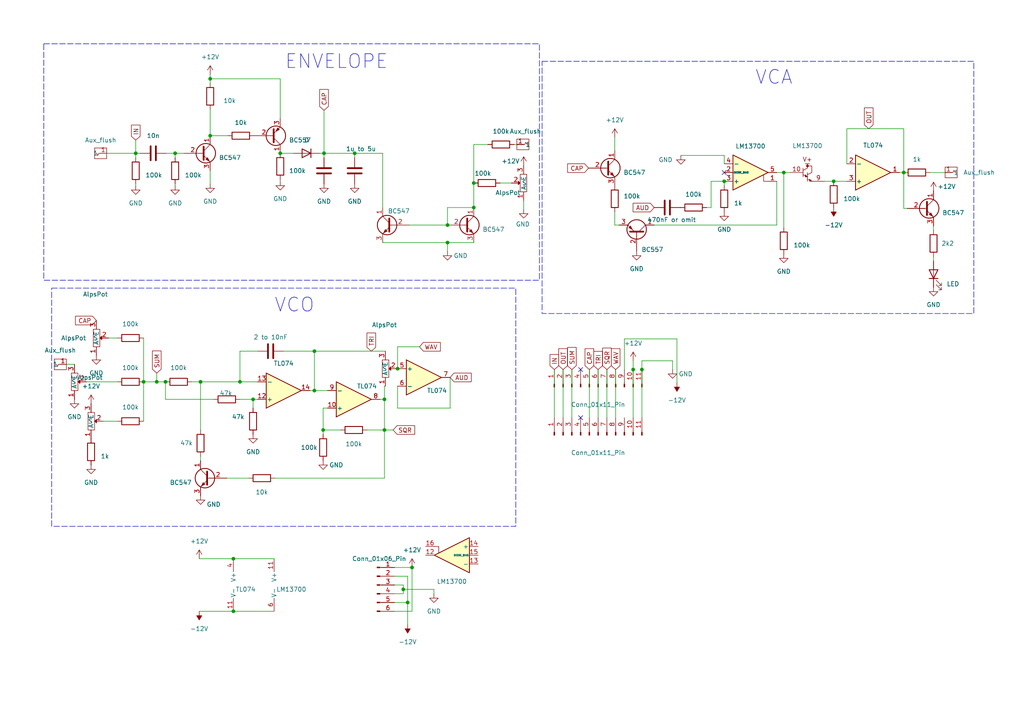
<source format=kicad_sch>
(kicad_sch (version 20250114) (generator "eeschema") (generator_version "9.0")
  (paper "A4")
  (title_block (title "Kick by github.com/Fihdi"))
  (lib_symbols
    (symbol "Amplifier_Operational:LM13700" (pin_names (offset 0.127))
      (property "Reference" "U" (at 3.81 5.08 0))
      (property "Value" "LM13700" (at 5.08 -5.08 0))
      (symbol "LM13700_1_1"
        (polyline (pts (xy 3.81 -0.635) (xy 3.81 -2.54) (xy 5.08 -2.54)))
        (polyline (pts (xy 5.08 0) (xy -5.08 -5.08) (xy -5.08 5.08) (xy 5.08 0)) (stroke (width 0.254)) (fill (type background)))
        (pin input line (at -7.62 2.54 0) (length 2.54) (name "-") (number "13"))
        (pin input line (at -7.62 0 0) (length 2.54) (name "DIODE_BIAS") (number "15"))
        (pin input line (at -7.62 -2.54 0) (length 2.54) (name "+") (number "14"))
        (pin output line (at 7.62 0 180) (length 2.54) (name "~") (number "12"))
        (pin input line (at 7.62 -2.54 180) (length 2.54) (name "~") (number "16"))
      )
      (symbol "LM13700_2_0"
        (polyline (pts (xy -1.905 2.54) (xy -3.175 2.54)))
      )
      (symbol "LM13700_2_1"
        (polyline (pts (xy -3.81 1.27) (xy -3.81 -1.27)))
        (polyline (pts (xy -3.81 0.635) (xy -2.54 1.27) (xy -2.54 1.905) (xy -2.54 2.54)))
        (polyline (pts (xy -3.81 -0.635) (xy -2.54 -1.27)))
        (circle (center -2.54 1.905) (radius 0.254) (stroke (width 0.254)) (fill (type outline)))
        (polyline (pts (xy -2.54 0) (xy -2.54 -2.54)))
        (polyline (pts (xy -2.54 -0.635) (xy -1.27 0) (xy -1.27 1.905) (xy -2.54 1.905)))
        (polyline (pts (xy -2.54 -1.27) (xy -3.175 -0.635) (xy -3.175 -1.27) (xy -2.54 -1.27)) (fill (type outline)))
        (polyline (pts (xy -2.54 -1.905) (xy -1.27 -2.54)))
        (polyline (pts (xy -1.27 -2.54) (xy -1.905 -1.905) (xy -1.905 -2.54) (xy -1.27 -2.54)) (fill (type outline)))
        (text "V+" (at -2.54 3.81 0) (effects (font (size 1.27 1.27))))
        (pin input line (at -7.62 0 0) (length 3.81) (name "~") (number "10"))
        (pin output line (at 2.54 -2.54 180) (length 3.81) (name "~") (number "9"))
      )
      (symbol "LM13700_3_1"
        (polyline (pts (xy 3.81 -0.635) (xy 3.81 -2.54) (xy 5.08 -2.54)))
        (polyline (pts (xy 5.08 0) (xy -5.08 -5.08) (xy -5.08 5.08) (xy 5.08 0)) (stroke (width 0.254)) (fill (type background)))
        (pin input line (at -7.62 2.54 0) (length 2.54) (name "-") (number "4"))
        (pin input line (at -7.62 0 0) (length 2.54) (name "DIODE_BIAS") (number "2"))
        (pin input line (at -7.62 -2.54 0) (length 2.54) (name "+") (number "3"))
        (pin output line (at 7.62 0 180) (length 2.54) (name "~") (number "5"))
        (pin input line (at 7.62 -2.54 180) (length 2.54) (name "~") (number "1"))
      )
      (symbol "LM13700_4_0"
        (polyline (pts (xy -3.175 2.54) (xy -1.905 2.54)))
        (text "V+" (at -2.54 3.81 0) (effects (font (size 1.27 1.27))))
      )
      (symbol "LM13700_4_1"
        (polyline (pts (xy -3.81 1.27) (xy -3.81 -1.27)))
        (polyline (pts (xy -3.81 0.635) (xy -2.54 1.27) (xy -2.54 2.54)))
        (polyline (pts (xy -3.81 -0.635) (xy -2.54 -1.27)))
        (circle (center -2.54 1.905) (radius 0.254) (stroke (width 0.254)) (fill (type outline)))
        (polyline (pts (xy -2.54 0) (xy -2.54 -2.54)))
        (polyline (pts (xy -2.54 -0.635) (xy -1.27 0) (xy -1.27 1.905) (xy -2.54 1.905)))
        (polyline (pts (xy -2.54 -1.27) (xy -3.175 -0.635) (xy -3.175 -1.27) (xy -2.54 -1.27)) (fill (type outline)))
        (polyline (pts (xy -2.54 -1.905) (xy -1.27 -2.54)))
        (polyline (pts (xy -1.27 -2.54) (xy -1.905 -1.905) (xy -1.905 -2.54) (xy -1.27 -2.54)) (fill (type outline)))
        (pin input line (at -7.62 0 0) (length 3.81) (name "~") (number "7"))
        (pin output line (at 2.54 -2.54 180) (length 3.81) (name "~") (number "8"))
      )
      (symbol "LM13700_5_1"
        (pin power_in line (at -2.54 7.62 270) (length 3.81) (name "V+") (number "11"))
        (pin power_in line (at -2.54 -7.62 90) (length 3.81) (name "V-") (number "6"))
      )
    )
    (symbol "Amplifier_Operational:TL074" (pin_names (offset 0.127))
      (property "Reference" "U" (at 0 5.08 0))
      (property "Value" "TL074" (at 0 -5.08 0))
      (symbol "TL074_1_1"
        (polyline (pts (xy -5.08 5.08) (xy 5.08 0) (xy -5.08 -5.08) (xy -5.08 5.08)) (stroke (width 0.254)) (fill (type background)))
        (pin input line (at -7.62 2.54 0) (length 2.54) (name "+") (number "3"))
        (pin input line (at -7.62 -2.54 0) (length 2.54) (name "-") (number "2"))
        (pin output line (at 7.62 0 180) (length 2.54) (name "~") (number "1"))
      )
      (symbol "TL074_2_1"
        (polyline (pts (xy -5.08 5.08) (xy 5.08 0) (xy -5.08 -5.08) (xy -5.08 5.08)) (stroke (width 0.254)) (fill (type background)))
        (pin input line (at -7.62 2.54 0) (length 2.54) (name "+") (number "5"))
        (pin input line (at -7.62 -2.54 0) (length 2.54) (name "-") (number "6"))
        (pin output line (at 7.62 0 180) (length 2.54) (name "~") (number "7"))
      )
      (symbol "TL074_3_1"
        (polyline (pts (xy -5.08 5.08) (xy 5.08 0) (xy -5.08 -5.08) (xy -5.08 5.08)) (stroke (width 0.254)) (fill (type background)))
        (pin input line (at -7.62 2.54 0) (length 2.54) (name "+") (number "10"))
        (pin input line (at -7.62 -2.54 0) (length 2.54) (name "-") (number "9"))
        (pin output line (at 7.62 0 180) (length 2.54) (name "~") (number "8"))
      )
      (symbol "TL074_4_1"
        (polyline (pts (xy -5.08 5.08) (xy 5.08 0) (xy -5.08 -5.08) (xy -5.08 5.08)) (stroke (width 0.254)) (fill (type background)))
        (pin input line (at -7.62 2.54 0) (length 2.54) (name "+") (number "12"))
        (pin input line (at -7.62 -2.54 0) (length 2.54) (name "-") (number "13"))
        (pin output line (at 7.62 0 180) (length 2.54) (name "~") (number "14"))
      )
      (symbol "TL074_5_1"
        (pin power_in line (at -2.54 7.62 270) (length 3.81) (name "V+") (number "4"))
        (pin power_in line (at -2.54 -7.62 90) (length 3.81) (name "V-") (number "11"))
      )
    )
    (symbol "Connector:Conn_01x06_Pin" (pin_names (offset 1.016) (hide yes))
      (property "Reference" "J" (at 0 7.62 0))
      (property "Value" "Conn_01x06_Pin" (at 0 -10.16 0))
      (symbol "Conn_01x06_Pin_1_1"
        (rectangle (start 0.8636 5.207) (end 0 4.953) (stroke (width 0.1524)) (fill (type outline)))
        (rectangle (start 0.8636 2.667) (end 0 2.413) (stroke (width 0.1524)) (fill (type outline)))
        (rectangle (start 0.8636 0.127) (end 0 -0.127) (stroke (width 0.1524)) (fill (type outline)))
        (rectangle (start 0.8636 -2.413) (end 0 -2.667) (stroke (width 0.1524)) (fill (type outline)))
        (rectangle (start 0.8636 -4.953) (end 0 -5.207) (stroke (width 0.1524)) (fill (type outline)))
        (rectangle (start 0.8636 -7.493) (end 0 -7.747) (stroke (width 0.1524)) (fill (type outline)))
        (polyline (pts (xy 1.27 5.08) (xy 0.8636 5.08)) (stroke (width 0.1524)))
        (polyline (pts (xy 1.27 2.54) (xy 0.8636 2.54)) (stroke (width 0.1524)))
        (polyline (pts (xy 1.27 0) (xy 0.8636 0)) (stroke (width 0.1524)))
        (polyline (pts (xy 1.27 -2.54) (xy 0.8636 -2.54)) (stroke (width 0.1524)))
        (polyline (pts (xy 1.27 -5.08) (xy 0.8636 -5.08)) (stroke (width 0.1524)))
        (polyline (pts (xy 1.27 -7.62) (xy 0.8636 -7.62)) (stroke (width 0.1524)))
        (pin passive line (at 5.08 5.08 180) (length 3.81) (name "Pin_1") (number "1"))
        (pin passive line (at 5.08 2.54 180) (length 3.81) (name "Pin_2") (number "2"))
        (pin passive line (at 5.08 0 180) (length 3.81) (name "Pin_3") (number "3"))
        (pin passive line (at 5.08 -2.54 180) (length 3.81) (name "Pin_4") (number "4"))
        (pin passive line (at 5.08 -5.08 180) (length 3.81) (name "Pin_5") (number "5"))
        (pin passive line (at 5.08 -7.62 180) (length 3.81) (name "Pin_6") (number "6"))
      )
    )
    (symbol "Connector:Conn_01x11_Pin" (pin_names (offset 1.016) (hide yes))
      (property "Reference" "J" (at 0 15.24 0))
      (property "Value" "Conn_01x11_Pin" (at 0 -15.24 0))
      (symbol "Conn_01x11_Pin_1_1"
        (rectangle (start 0.8636 12.827) (end 0 12.573) (stroke (width 0.1524)) (fill (type outline)))
        (rectangle (start 0.8636 10.287) (end 0 10.033) (stroke (width 0.1524)) (fill (type outline)))
        (rectangle (start 0.8636 7.747) (end 0 7.493) (stroke (width 0.1524)) (fill (type outline)))
        (rectangle (start 0.8636 5.207) (end 0 4.953) (stroke (width 0.1524)) (fill (type outline)))
        (rectangle (start 0.8636 2.667) (end 0 2.413) (stroke (width 0.1524)) (fill (type outline)))
        (rectangle (start 0.8636 0.127) (end 0 -0.127) (stroke (width 0.1524)) (fill (type outline)))
        (rectangle (start 0.8636 -2.413) (end 0 -2.667) (stroke (width 0.1524)) (fill (type outline)))
        (rectangle (start 0.8636 -4.953) (end 0 -5.207) (stroke (width 0.1524)) (fill (type outline)))
        (rectangle (start 0.8636 -7.493) (end 0 -7.747) (stroke (width 0.1524)) (fill (type outline)))
        (rectangle (start 0.8636 -10.033) (end 0 -10.287) (stroke (width 0.1524)) (fill (type outline)))
        (rectangle (start 0.8636 -12.573) (end 0 -12.827) (stroke (width 0.1524)) (fill (type outline)))
        (polyline (pts (xy 1.27 12.7) (xy 0.8636 12.7)) (stroke (width 0.1524)))
        (polyline (pts (xy 1.27 10.16) (xy 0.8636 10.16)) (stroke (width 0.1524)))
        (polyline (pts (xy 1.27 7.62) (xy 0.8636 7.62)) (stroke (width 0.1524)))
        (polyline (pts (xy 1.27 5.08) (xy 0.8636 5.08)) (stroke (width 0.1524)))
        (polyline (pts (xy 1.27 2.54) (xy 0.8636 2.54)) (stroke (width 0.1524)))
        (polyline (pts (xy 1.27 0) (xy 0.8636 0)) (stroke (width 0.1524)))
        (polyline (pts (xy 1.27 -2.54) (xy 0.8636 -2.54)) (stroke (width 0.1524)))
        (polyline (pts (xy 1.27 -5.08) (xy 0.8636 -5.08)) (stroke (width 0.1524)))
        (polyline (pts (xy 1.27 -7.62) (xy 0.8636 -7.62)) (stroke (width 0.1524)))
        (polyline (pts (xy 1.27 -10.16) (xy 0.8636 -10.16)) (stroke (width 0.1524)))
        (polyline (pts (xy 1.27 -12.7) (xy 0.8636 -12.7)) (stroke (width 0.1524)))
        (pin passive line (at 5.08 12.7 180) (length 3.81) (name "Pin_1") (number "1"))
        (pin passive line (at 5.08 10.16 180) (length 3.81) (name "Pin_2") (number "2"))
        (pin passive line (at 5.08 7.62 180) (length 3.81) (name "Pin_3") (number "3"))
        (pin passive line (at 5.08 5.08 180) (length 3.81) (name "Pin_4") (number "4"))
        (pin passive line (at 5.08 2.54 180) (length 3.81) (name "Pin_5") (number "5"))
        (pin passive line (at 5.08 0 180) (length 3.81) (name "Pin_6") (number "6"))
        (pin passive line (at 5.08 -2.54 180) (length 3.81) (name "Pin_7") (number "7"))
        (pin passive line (at 5.08 -5.08 180) (length 3.81) (name "Pin_8") (number "8"))
        (pin passive line (at 5.08 -7.62 180) (length 3.81) (name "Pin_9") (number "9"))
        (pin passive line (at 5.08 -10.16 180) (length 3.81) (name "Pin_10") (number "10"))
        (pin passive line (at 5.08 -12.7 180) (length 3.81) (name "Pin_11") (number "11"))
      )
    )
    (symbol "Device:C" (pin_numbers (hide yes)) (pin_names (offset 0.254))
      (property "Reference" "C" (at 0.635 2.54 0))
      (property "Value" "C" (at 0.635 -2.54 0))
      (symbol "C_0_1"
        (polyline (pts (xy -2.032 0.762) (xy 2.032 0.762)) (stroke (width 0.508)))
        (polyline (pts (xy -2.032 -0.762) (xy 2.032 -0.762)) (stroke (width 0.508)))
      )
      (symbol "C_1_1"
        (pin passive line (at 0 3.81 270) (length 2.794) (name "~") (number "1"))
        (pin passive line (at 0 -3.81 90) (length 2.794) (name "~") (number "2"))
      )
    )
    (symbol "Device:D" (pin_numbers (hide yes)) (pin_names (offset 1.016) (hide yes))
      (property "Reference" "D" (at 0 2.54 0))
      (property "Value" "D" (at 0 -2.54 0))
      (symbol "D_0_1"
        (polyline (pts (xy -1.27 1.27) (xy -1.27 -1.27)) (stroke (width 0.254)))
        (polyline (pts (xy 1.27 1.27) (xy 1.27 -1.27) (xy -1.27 0) (xy 1.27 1.27)) (stroke (width 0.254)))
        (polyline (pts (xy 1.27 0) (xy -1.27 0)))
      )
      (symbol "D_1_1"
        (pin passive line (at -3.81 0 0) (length 2.54) (name "K") (number "1"))
        (pin passive line (at 3.81 0 180) (length 2.54) (name "A") (number "2"))
      )
    )
    (symbol "Device:LED" (pin_numbers (hide yes)) (pin_names (offset 1.016) (hide yes))
      (property "Reference" "D" (at 0 2.54 0))
      (property "Value" "LED" (at 0 -2.54 0))
      (symbol "LED_0_1"
        (polyline (pts (xy -3.048 -0.762) (xy -4.572 -2.286) (xy -3.81 -2.286) (xy -4.572 -2.286) (xy -4.572 -1.524)))
        (polyline (pts (xy -1.778 -0.762) (xy -3.302 -2.286) (xy -2.54 -2.286) (xy -3.302 -2.286) (xy -3.302 -1.524)))
        (polyline (pts (xy -1.27 0) (xy 1.27 0)))
        (polyline (pts (xy -1.27 -1.27) (xy -1.27 1.27)) (stroke (width 0.254)))
        (polyline (pts (xy 1.27 -1.27) (xy 1.27 1.27) (xy -1.27 0) (xy 1.27 -1.27)) (stroke (width 0.254)))
      )
      (symbol "LED_1_1"
        (pin passive line (at -3.81 0 0) (length 2.54) (name "K") (number "1"))
        (pin passive line (at 3.81 0 180) (length 2.54) (name "A") (number "2"))
      )
    )
    (symbol "Device:R" (pin_numbers (hide yes)) (pin_names (offset 0))
      (property "Reference" "R" (at 2.032 0 90))
      (property "Value" "R" (at 0 0 90))
      (symbol "R_0_1"
        (rectangle (start -1.016 -2.54) (end 1.016 2.54) (stroke (width 0.254)))
      )
      (symbol "R_1_1"
        (pin passive line (at 0 3.81 270) (length 1.27) (name "~") (number "1"))
        (pin passive line (at 0 -3.81 90) (length 1.27) (name "~") (number "2"))
      )
    )
    (symbol "HEJ:AlpsPot"
      (property "Reference" "R" (at -6.35 2.54 0))
      (symbol "AlpsPot_0_1"
        (rectangle (start -4.445 3.81) (end -2.54 -1.27))
        (polyline (pts (xy -2.54 1.27) (xy -1.9454 1.8617) (xy -1.9454 0.7452) (xy -2.54 1.27) (xy -2.0208 0.9713) (xy -2.0543 1.6216) (xy -2.3418 1.2923) (xy -2.1548 1.1611) (xy -2.1548 1.3844) (xy -2.54 1.27)))
      )
      (symbol "AlpsPot_1_1"
        (pin no_connect line (at -16.002 0 270) (length 2.54) (hide yes) (name "NC") (number "6"))
        (pin no_connect line (at -13.716 0 270) (length 2.54) (hide yes) (name "NC") (number "5"))
        (pin no_connect line (at -11.684 0 270) (length 2.54) (hide yes) (name "NC") (number "4"))
        (pin passive line (at -3.556 6.35 270) (length 2.54) (name "E") (number "3"))
        (pin passive line (at -3.556 -3.81 90) (length 2.54) (name "A") (number "1"))
        (pin passive line (at 0 1.27 180) (length 2.54) (name "S") (number "2"))
      )
    )
    (symbol "HEJ:Aux_flush"
      (property "Reference" "U" (at -0.0508 5.3848 0))
      (symbol "Aux_flush_0_1"
        (rectangle (start -1.778 1.524) (end 1.7272 -1.5748))
        (polyline (pts (xy -1.2192 0.0508) (xy -0.8636 -0.6604) (xy -0.5588 0) (xy 1.6764 0)))
      )
      (symbol "Aux_flush_1_1"
        (pin bidirectional line (at 1.7272 0 180) (length 2) (name "1") (number "1"))
      )
    )
    (symbol "Transistor_BJT:BC547" (pin_names (offset 0) (hide yes))
      (property "Reference" "Q" (at 5.08 1.905 0))
      (property "Value" "BC547" (at 5.08 0 0))
      (symbol "BC547_0_1"
        (polyline (pts (xy 0 0) (xy 0.635 0)))
        (polyline (pts (xy 0.635 1.905) (xy 0.635 -1.905) (xy 0.635 -1.905)) (stroke (width 0.508)))
        (polyline (pts (xy 0.635 0.635) (xy 2.54 2.54)))
        (polyline (pts (xy 0.635 -0.635) (xy 2.54 -2.54) (xy 2.54 -2.54)))
        (circle (center 1.27 0) (radius 2.8194) (stroke (width 0.254)))
        (polyline (pts (xy 1.27 -1.778) (xy 1.778 -1.27) (xy 2.286 -2.286) (xy 1.27 -1.778) (xy 1.27 -1.778)) (fill (type outline)))
      )
      (symbol "BC547_1_1"
        (pin input line (at -5.08 0 0) (length 5.08) (name "B") (number "2"))
        (pin passive line (at 2.54 5.08 270) (length 2.54) (name "C") (number "1"))
        (pin passive line (at 2.54 -5.08 90) (length 2.54) (name "E") (number "3"))
      )
    )
    (symbol "Transistor_BJT:BC557" (pin_names (offset 0) (hide yes))
      (property "Reference" "Q" (at 5.08 1.905 0))
      (property "Value" "BC557" (at 5.08 0 0))
      (symbol "BC557_0_1"
        (polyline (pts (xy 0.635 1.905) (xy 0.635 -1.905) (xy 0.635 -1.905)) (stroke (width 0.508)))
        (polyline (pts (xy 0.635 0.635) (xy 2.54 2.54)))
        (polyline (pts (xy 0.635 -0.635) (xy 2.54 -2.54) (xy 2.54 -2.54)))
        (circle (center 1.27 0) (radius 2.8194) (stroke (width 0.254)))
        (polyline (pts (xy 2.286 -1.778) (xy 1.778 -2.286) (xy 1.27 -1.27) (xy 2.286 -1.778) (xy 2.286 -1.778)) (fill (type outline)))
      )
      (symbol "BC557_1_1"
        (pin input line (at -5.08 0 0) (length 5.715) (name "B") (number "2"))
        (pin passive line (at 2.54 5.08 270) (length 2.54) (name "C") (number "1"))
        (pin passive line (at 2.54 -5.08 90) (length 2.54) (name "E") (number "3"))
      )
    )
    (symbol "power:+12V" (power) (pin_names (offset 0))
      (property "Value" "+12V" (at 0 3.556 0))
      (symbol "+12V_0_1"
        (polyline (pts (xy -0.762 1.27) (xy 0 2.54)))
        (polyline (pts (xy 0 2.54) (xy 0.762 1.27)))
        (polyline (pts (xy 0 0) (xy 0 2.54)))
      )
      (symbol "+12V_1_1"
        (pin power_in line (at 0 0 90) (length 0) (hide yes) (name "+12V") (number "1"))
      )
    )
    (symbol "power:-12V" (power) (pin_names (offset 0))
      (property "Value" "-12V" (at 0 3.81 0))
      (symbol "-12V_0_0"
        (pin power_in line (at 0 0 90) (length 0) (hide yes) (name "-12V") (number "1"))
      )
      (symbol "-12V_0_1"
        (polyline (pts (xy 0 0) (xy 0 1.27) (xy 0.762 1.27) (xy 0 2.54) (xy -0.762 1.27) (xy 0 1.27)) (fill (type outline)))
      )
    )
    (symbol "power:GND" (power) (pin_names (offset 0))
      (property "Value" "GND" (at 0 -3.81 0))
      (symbol "GND_0_1"
        (polyline (pts (xy 0 0) (xy 0 -1.27) (xy 1.27 -1.27) (xy 0 -2.54) (xy -1.27 -1.27) (xy 0 -1.27)))
      )
      (symbol "GND_1_1"
        (pin power_in line (at 0 0 270) (length 0) (hide yes) (name "GND") (number "1"))
      )
    )
  )
  (rectangle (start 14.986 83.566) (end 149.606 152.654) (stroke (width 0) (type dash)))
  (rectangle (start 157.226 17.78) (end 282.448 90.932) (stroke (width 0) (type dash)))
  (rectangle (start 12.7 12.7) (end 156.464 81.28) (stroke (width 0) (type dash)))
  (text "VCA" (at 218.948 24.892 0) (effects (font (size 4 4)) (justify left bottom)))
  (text "ENVELOPE\n" (at 82.55 20.32 0) (effects (font (size 4 4)) (justify left bottom)))
  (text "VCO\n" (at 79.502 90.932 0) (effects (font (size 4 4)) (justify left bottom)))
  (junction (at 183.642 107.188))
  (junction (at 50.8 44.45))
  (junction (at 129.794 65.278))
  (junction (at 48.006 110.744))
  (junction (at 67.691 162.052))
  (junction (at 262.128 50.038))
  (junction (at 45.466 110.744))
  (junction (at 69.596 110.744))
  (junction (at 116.967 170.942))
  (junction (at 111.506 124.714))
  (junction (at 58.166 110.744))
  (junction (at 241.808 52.578))
  (junction (at 137.414 60.198))
  (junction (at 129.794 70.358))
  (junction (at 67.691 177.292))
  (junction (at 39.37 44.45))
  (junction (at 210.058 52.578))
  (junction (at 111.506 115.824))
  (junction (at 93.726 124.714))
  (junction (at 119.507 164.592))
  (junction (at 73.406 115.824))
  (junction (at 137.414 53.086))
  (junction (at 91.186 113.284))
  (junction (at 41.656 110.744))
  (junction (at 81.28 44.45))
  (junction (at 227.33 50.038))
  (junction (at 60.96 39.37))
  (junction (at 102.87 44.45))
  (junction (at 60.96 22.86))
  (junction (at 91.186 101.854))
  (junction (at 186.182 107.188))
  (junction (at 115.316 106.934))
  (junction (at 118.237 174.752))
  (junction (at 93.98 44.45))
  (no_connect (at 168.402 107.188))
  (no_connect (at 168.402 121.158))
  (no_connect (at 210.058 50.038))
  (wire (pts (xy 60.96 22.86) (xy 60.96 24.13)))
  (wire (pts (xy 115.316 118.364) (xy 130.556 118.364)))
  (wire (pts (xy 41.656 98.044) (xy 41.656 110.744)))
  (wire (pts (xy 196.342 98.298) (xy 181.102 98.298)))
  (wire (pts (xy 262.128 50.038) (xy 260.858 50.038)))
  (wire (pts (xy 93.98 44.45) (xy 102.87 44.45)))
  (wire (pts (xy 196.342 110.998) (xy 196.342 98.298)))
  (wire (pts (xy 197.485 45.085) (xy 210.058 45.085)))
  (wire (pts (xy 137.414 53.086) (xy 137.414 60.198)))
  (wire (pts (xy 41.656 110.744) (xy 41.656 122.174)))
  (wire (pts (xy 263.144 60.452) (xy 262.128 60.452)))
  (wire (pts (xy 81.28 22.86) (xy 81.28 34.29)))
  (wire (pts (xy 170.942 107.188) (xy 170.942 121.158)))
  (wire (pts (xy 93.98 44.45) (xy 93.98 45.72)))
  (wire (pts (xy 270.764 66.802) (xy 270.764 65.532)))
  (wire (pts (xy 116.967 169.672) (xy 116.967 170.942)))
  (wire (pts (xy 93.726 118.364) (xy 94.996 118.364)))
  (wire (pts (xy 93.726 124.714) (xy 93.726 118.364)))
  (wire (pts (xy 39.37 44.45) (xy 30.9372 44.45)))
  (wire (pts (xy 210.058 45.085) (xy 210.058 47.498)))
  (wire (pts (xy 60.96 53.34) (xy 60.96 49.53)))
  (wire (pts (xy 73.406 115.824) (xy 74.676 115.824)))
  (wire (pts (xy 69.596 110.744) (xy 74.676 110.744)))
  (wire (pts (xy 149.098 41.91) (xy 149.9108 41.91)))
  (wire (pts (xy 129.794 60.198) (xy 137.414 60.198)))
  (wire (pts (xy 67.691 177.292) (xy 79.502 177.292)))
  (wire (pts (xy 225.298 50.038) (xy 227.33 50.038)))
  (wire (pts (xy 110.998 70.358) (xy 129.794 70.358)))
  (wire (pts (xy 183.642 107.188) (xy 183.642 121.158)))
  (wire (pts (xy 262.128 60.452) (xy 262.128 50.038)))
  (wire (pts (xy 245.618 47.498) (xy 245.618 37.338)))
  (wire (pts (xy 58.166 132.334) (xy 58.166 133.604)))
  (wire (pts (xy 129.794 65.278) (xy 129.794 60.198)))
  (wire (pts (xy 81.28 44.45) (xy 85.09 44.45)))
  (wire (pts (xy 116.967 170.942) (xy 125.857 170.942)))
  (wire (pts (xy 91.186 113.284) (xy 91.186 101.854)))
  (wire (pts (xy 195.072 104.648) (xy 195.072 107.188)))
  (wire (pts (xy 241.808 52.578) (xy 245.618 52.578)))
  (wire (pts (xy 50.8 53.34) (xy 50.8 53.848)))
  (wire (pts (xy 106.426 124.714) (xy 111.506 124.714)))
  (wire (pts (xy 129.794 70.358) (xy 129.794 72.898)))
  (wire (pts (xy 118.237 174.752) (xy 118.237 167.132)))
  (wire (pts (xy 60.96 22.86) (xy 81.28 22.86)))
  (wire (pts (xy 29.972 122.174) (xy 34.036 122.174)))
  (wire (pts (xy 60.96 21.59) (xy 60.96 22.86)))
  (wire (pts (xy 73.406 118.364) (xy 73.406 115.824)))
  (wire (pts (xy 115.316 112.014) (xy 115.316 118.364)))
  (wire (pts (xy 67.691 162.052) (xy 79.502 162.052)))
  (wire (pts (xy 93.98 32.004) (xy 93.98 44.45)))
  (wire (pts (xy 137.414 41.91) (xy 137.414 53.086)))
  (wire (pts (xy 270.764 75.692) (xy 270.764 74.422)))
  (wire (pts (xy 210.058 52.578) (xy 210.058 53.848)))
  (wire (pts (xy 91.186 113.284) (xy 94.996 113.284)))
  (wire (pts (xy 118.237 167.132) (xy 114.427 167.132)))
  (wire (pts (xy 58.166 110.744) (xy 58.166 124.714)))
  (wire (pts (xy 31.496 98.044) (xy 34.036 98.044)))
  (wire (pts (xy 116.967 172.212) (xy 114.427 172.212)))
  (wire (pts (xy 40.64 44.45) (xy 39.37 44.45)))
  (wire (pts (xy 114.427 174.752) (xy 118.237 174.752)))
  (wire (pts (xy 116.967 170.942) (xy 116.967 172.212)))
  (wire (pts (xy 115.316 100.584) (xy 121.666 100.584)))
  (wire (pts (xy 227.33 66.04) (xy 227.33 50.038)))
  (wire (pts (xy 50.8 45.72) (xy 50.8 44.45)))
  (wire (pts (xy 225.298 65.278) (xy 225.298 52.578)))
  (wire (pts (xy 69.596 101.854) (xy 74.676 101.854)))
  (wire (pts (xy 92.71 44.45) (xy 93.98 44.45)))
  (wire (pts (xy 60.96 31.75) (xy 60.96 39.37)))
  (wire (pts (xy 141.478 41.91) (xy 137.414 41.91)))
  (wire (pts (xy 55.626 110.744) (xy 58.166 110.744)))
  (wire (pts (xy 39.37 45.72) (xy 39.37 44.45)))
  (wire (pts (xy 269.748 50.038) (xy 274.1168 50.038)))
  (wire (pts (xy 93.726 124.714) (xy 93.726 125.984)))
  (wire (pts (xy 125.857 170.942) (xy 125.857 172.212)))
  (wire (pts (xy 45.466 108.204) (xy 45.466 110.744)))
  (wire (pts (xy 262.128 37.338) (xy 262.128 50.038)))
  (wire (pts (xy 39.37 40.64) (xy 39.37 44.45)))
  (wire (pts (xy 102.87 44.45) (xy 110.998 44.45)))
  (wire (pts (xy 186.182 104.648) (xy 186.182 107.188)))
  (wire (pts (xy 206.248 60.198) (xy 206.248 52.578)))
  (wire (pts (xy 119.507 177.292) (xy 114.427 177.292)))
  (wire (pts (xy 186.182 104.648) (xy 195.072 104.648)))
  (wire (pts (xy 48.006 115.824) (xy 48.006 110.744)))
  (wire (pts (xy 118.237 174.752) (xy 118.237 181.102)))
  (wire (pts (xy 61.976 115.824) (xy 48.006 115.824)))
  (wire (pts (xy 111.506 115.824) (xy 111.506 124.714)))
  (wire (pts (xy 245.618 37.338) (xy 262.128 37.338)))
  (wire (pts (xy 111.506 124.714) (xy 111.506 138.684)))
  (wire (pts (xy 91.186 101.854) (xy 82.296 101.854)))
  (wire (pts (xy 130.556 118.364) (xy 130.556 109.474)))
  (wire (pts (xy 65.786 138.684) (xy 72.136 138.684)))
  (wire (pts (xy 111.506 112.014) (xy 111.506 115.824)))
  (wire (pts (xy 79.756 138.684) (xy 111.506 138.684)))
  (wire (pts (xy 98.806 124.714) (xy 93.726 124.714)))
  (wire (pts (xy 25.146 110.744) (xy 34.036 110.744)))
  (wire (pts (xy 173.482 107.188) (xy 173.482 121.158)))
  (wire (pts (xy 115.316 106.934) (xy 115.316 100.584)))
  (wire (pts (xy 50.8 44.45) (xy 48.26 44.45)))
  (wire (pts (xy 60.96 39.37) (xy 66.04 39.37)))
  (wire (pts (xy 69.596 115.824) (xy 73.406 115.824)))
  (wire (pts (xy 110.998 44.45) (xy 110.998 60.198)))
  (wire (pts (xy 160.782 107.188) (xy 160.782 121.158)))
  (wire (pts (xy 45.466 110.744) (xy 48.006 110.744)))
  (wire (pts (xy 119.507 164.592) (xy 119.507 177.292)))
  (wire (pts (xy 111.506 115.824) (xy 110.236 115.824)))
  (wire (pts (xy 58.166 110.744) (xy 69.596 110.744)))
  (wire (pts (xy 102.87 44.45) (xy 102.87 45.72)))
  (wire (pts (xy 57.785 177.292) (xy 67.691 177.292)))
  (wire (pts (xy 41.656 110.744) (xy 45.466 110.744)))
  (wire (pts (xy 89.916 113.284) (xy 91.186 113.284)))
  (wire (pts (xy 111.506 124.714) (xy 114.046 124.714)))
  (wire (pts (xy 39.37 53.34) (xy 39.37 53.848)))
  (wire (pts (xy 239.268 52.578) (xy 241.808 52.578)))
  (wire (pts (xy 69.596 110.744) (xy 69.596 101.854)))
  (wire (pts (xy 186.182 107.188) (xy 186.182 121.158)))
  (wire (pts (xy 204.978 60.198) (xy 206.248 60.198)))
  (wire (pts (xy 114.427 169.672) (xy 116.967 169.672)))
  (wire (pts (xy 129.794 70.358) (xy 137.414 70.358)))
  (wire (pts (xy 151.892 58.166) (xy 151.892 60.706)))
  (wire (pts (xy 206.248 52.578) (xy 210.058 52.578)))
  (wire (pts (xy 111.506 112.014) (xy 111.76 112.014)))
  (wire (pts (xy 181.102 98.298) (xy 181.102 107.188)))
  (wire (pts (xy 57.785 162.052) (xy 67.691 162.052)))
  (wire (pts (xy 178.308 39.878) (xy 178.308 43.688)))
  (wire (pts (xy 114.427 164.592) (xy 119.507 164.592)))
  (wire (pts (xy 176.022 107.188) (xy 176.022 121.158)))
  (wire (pts (xy 178.308 61.468) (xy 178.308 65.278)))
  (wire (pts (xy 227.33 50.038) (xy 229.108 50.038)))
  (wire (pts (xy 183.642 104.648) (xy 183.642 107.188)))
  (wire (pts (xy 19.2532 105.664) (xy 21.59 105.664)))
  (wire (pts (xy 145.034 53.086) (xy 148.336 53.086)))
  (wire (pts (xy 189.738 65.278) (xy 225.298 65.278)))
  (wire (pts (xy 178.308 65.278) (xy 179.578 65.278)))
  (wire (pts (xy 165.862 107.188) (xy 165.862 121.158)))
  (wire (pts (xy 178.562 107.188) (xy 178.562 121.158)))
  (wire (pts (xy 81.28 52.07) (xy 81.28 52.578)))
  (wire (pts (xy 163.322 107.188) (xy 163.322 121.158)))
  (wire (pts (xy 91.186 101.854) (xy 111.76 101.854)))
  (wire (pts (xy 50.8 44.45) (xy 53.34 44.45)))
  (wire (pts (xy 118.618 65.278) (xy 129.794 65.278)))
  (global_label "SQR" (shape input) (at 114.046 124.714 0) (property "Intersheetrefs" "${INTERSHEET_REFS}" (effects (hide yes))))
  (global_label "CAP" (shape input) (at 93.98 32.004 90) (property "Intersheetrefs" "${INTERSHEET_REFS}" (effects (hide yes))))
  (global_label "SUM" (shape input) (at 45.466 108.204 90) (property "Intersheetrefs" "${INTERSHEET_REFS}" (effects (hide yes))))
  (global_label "AUD" (shape input) (at 189.738 60.198 180) (property "Intersheetrefs" "${INTERSHEET_REFS}" (effects (hide yes))))
  (global_label "IN" (shape input) (at 39.37 40.64 90) (property "Intersheetrefs" "${INTERSHEET_REFS}" (effects (hide yes))))
  (global_label "CAP" (shape input) (at 170.688 48.768 180) (property "Intersheetrefs" "${INTERSHEET_REFS}" (effects (hide yes))))
  (global_label "WAV" (shape input) (at 178.562 107.188 90) (property "Intersheetrefs" "${INTERSHEET_REFS}" (effects (hide yes))))
  (global_label "OUT" (shape input) (at 163.322 107.188 90) (property "Intersheetrefs" "${INTERSHEET_REFS}" (effects (hide yes))))
  (global_label "SQR" (shape input) (at 176.022 107.188 90) (property "Intersheetrefs" "${INTERSHEET_REFS}" (effects (hide yes))))
  (global_label "TRI" (shape input) (at 107.696 101.854 90) (property "Intersheetrefs" "${INTERSHEET_REFS}" (effects (hide yes))))
  (global_label "OUT" (shape input) (at 251.968 37.338 90) (property "Intersheetrefs" "${INTERSHEET_REFS}" (effects (hide yes))))
  (global_label "IN" (shape input) (at 160.782 107.188 90) (property "Intersheetrefs" "${INTERSHEET_REFS}" (effects (hide yes))))
  (global_label "AUD" (shape input) (at 130.556 109.474 0) (property "Intersheetrefs" "${INTERSHEET_REFS}" (effects (hide yes))))
  (global_label "SUM" (shape input) (at 165.862 107.188 90) (property "Intersheetrefs" "${INTERSHEET_REFS}" (effects (hide yes))))
  (global_label "TRI" (shape input) (at 173.482 107.188 90) (property "Intersheetrefs" "${INTERSHEET_REFS}" (effects (hide yes))))
  (global_label "CAP" (shape input) (at 170.942 107.188 90) (property "Intersheetrefs" "${INTERSHEET_REFS}" (effects (hide yes))))
  (global_label "WAV" (shape input) (at 121.666 100.584 0) (property "Intersheetrefs" "${INTERSHEET_REFS}" (effects (hide yes))))
  (global_label "CAP" (shape input) (at 27.94 92.964 180) (property "Intersheetrefs" "${INTERSHEET_REFS}" (effects (hide yes))))
  (symbol (lib_id "Transistor_BJT:BC557") (at 78.74 39.37 0) (mirror x) (unit 1)
    (property "Reference" "Q4" (effects (hide yes)))
    (property "Value" "BC557" (at 83.82 40.64 0) (effects (justify left)))
    (property "Footprint" "Package_TO_SOT_THT:TO-92L_Inline_Wide" (effects (hide yes)))
    (property "Datasheet" "https://www.onsemi.com/pub/Collateral/BC556BTA-D.pdf" (effects (hide yes)))
  )
  (symbol (lib_id "power:+12V") (at 26.416 117.094 0) (unit 1)
    (property "Reference" "#PWR01" (effects (hide yes)))
    (property "Value" "+12V" (at 26.416 112.014 0))
  )
  (symbol (lib_id "Device:R") (at 37.846 110.744 90) (unit 1)
    (property "Reference" "R14" (effects (hide yes)))
    (property "Value" "100k" (at 37.846 106.68 90))
    (property "Footprint" "Resistor_THT:R_Axial_DIN0207_L6.3mm_D2.5mm_P7.62mm_Horizontal" (effects (hide yes)))
  )
  (symbol (lib_id "power:GND") (at 125.857 172.212 0) (unit 1)
    (property "Reference" "#PWR012" (effects (hide yes)))
    (property "Value" "GND" (at 125.857 177.292 0))
  )
  (symbol (lib_id "Connector:Conn_01x11_Pin") (at 173.482 126.238 90) (unit 1)
    (property "Reference" "J2" (effects (hide yes)))
    (property "Value" "Conn_01x11_Pin" (at 173.482 131.318 90))
    (property "Footprint" "Connector_PinHeader_2.54mm:PinHeader_1x11_P2.54mm_Vertical" (effects (hide yes)))
  )
  (symbol (lib_id "Device:R") (at 81.28 48.26 180) (unit 1)
    (property "Reference" "R6" (effects (hide yes)))
    (property "Value" "100k" (at 83.82 49.53 0) (effects (justify right)))
    (property "Footprint" "Resistor_THT:R_Axial_DIN0207_L6.3mm_D2.5mm_P7.62mm_Horizontal" (effects (hide yes)))
  )
  (symbol (lib_id "power:GND") (at 50.8 53.848 0) (unit 1)
    (property "Reference" "#PWR06" (effects (hide yes)))
    (property "Value" "GND" (at 50.8 58.928 0))
  )
  (symbol (lib_id "power:GND") (at 227.33 73.66 0) (unit 1)
    (property "Reference" "#PWR022" (effects (hide yes)))
    (property "Value" "GND" (at 227.33 78.74 0))
  )
  (symbol (lib_id "Transistor_BJT:BC547") (at 113.538 65.278 0) (mirror y) (unit 1)
    (property "Reference" "Q8" (effects (hide yes)))
    (property "Value" "BC547" (at 118.872 61.214 0) (effects (justify left)))
    (property "Footprint" "Package_TO_SOT_THT:TO-92L_Inline_Wide" (effects (hide yes)))
    (property "Datasheet" "https://www.onsemi.com/pub/Collateral/BC550-D.pdf" (effects (hide yes)))
  )
  (symbol (lib_id "Device:R") (at 201.168 60.198 270) (unit 1)
    (property "Reference" "R7" (effects (hide yes)))
    (property "Value" "100k" (at 201.168 56.388 90))
    (property "Footprint" "Resistor_THT:R_Axial_DIN0207_L6.3mm_D2.5mm_P7.62mm_Horizontal" (effects (hide yes)))
  )
  (symbol (lib_id "power:GND") (at 93.726 133.604 0) (unit 1)
    (property "Reference" "#PWR015" (effects (hide yes)))
    (property "Value" "GND" (at 97.536 134.874 0))
  )
  (symbol (lib_id "Device:R") (at 65.786 115.824 270) (mirror x) (unit 1)
    (property "Reference" "R15" (effects (hide yes)))
    (property "Value" "47k" (at 65.532 114.046 90))
    (property "Footprint" "Resistor_THT:R_Axial_DIN0207_L6.3mm_D2.5mm_P7.62mm_Horizontal" (effects (hide yes)))
  )
  (symbol (lib_id "power:+12V") (at 270.764 55.372 0) (unit 1)
    (property "Reference" "#PWR029" (effects (hide yes)))
    (property "Value" "+12V" (at 274.574 54.102 0))
  )
  (symbol (lib_id "Device:R") (at 178.308 57.658 180) (unit 1)
    (property "Reference" "R24" (effects (hide yes)))
    (property "Value" "100k" (at 180.848 56.896 0) (effects (justify right)))
    (property "Footprint" "Resistor_THT:R_Axial_DIN0207_L6.3mm_D2.5mm_P7.62mm_Horizontal" (effects (hide yes)))
  )
  (symbol (lib_id "Device:R") (at 93.726 129.794 0) (mirror y) (unit 1)
    (property "Reference" "R30" (effects (hide yes)))
    (property "Value" "100k" (at 89.662 129.794 0))
    (property "Footprint" "Resistor_THT:R_Axial_DIN0207_L6.3mm_D2.5mm_P7.62mm_Horizontal" (effects (hide yes)))
  )
  (symbol (lib_id "Amplifier_Operational:TL074") (at 122.936 109.474 0) (unit 2)
    (property "Reference" "U3" (effects (hide yes)))
    (property "Value" "TL074" (at 126.746 113.284 0))
    (property "Footprint" "Package_DIP:DIP-14_W7.62mm" (effects (hide yes)))
    (property "Datasheet" "http://www.ti.com/lit/ds/symlink/tl071.pdf" (effects (hide yes)))
  )
  (symbol (lib_id "Transistor_BJT:BC547") (at 175.768 48.768 0) (unit 1)
    (property "Reference" "Q3" (effects (hide yes)))
    (property "Value" "BC547" (at 180.848 50.038 0) (effects (justify left)))
    (property "Footprint" "Package_TO_SOT_THT:TO-92L_Inline_Wide" (effects (hide yes)))
    (property "Datasheet" "https://www.onsemi.com/pub/Collateral/BC550-D.pdf" (effects (hide yes)))
  )
  (symbol (lib_id "power:GND") (at 270.764 83.312 0) (unit 1)
    (property "Reference" "#PWR028" (effects (hide yes)))
    (property "Value" "GND" (at 270.764 88.392 0))
  )
  (symbol (lib_id "power:+12V") (at 119.507 164.592 0) (unit 1)
    (property "Reference" "#PWR010" (effects (hide yes)))
    (property "Value" "+12V" (at 119.507 159.512 0))
  )
  (symbol (lib_id "Device:R") (at 227.33 69.85 180) (unit 1)
    (property "Reference" "R2" (effects (hide yes)))
    (property "Value" "100k" (at 230.124 71.1199 0) (effects (justify right)))
    (property "Footprint" "Resistor_THT:R_Axial_DIN0207_L6.3mm_D2.5mm_P7.62mm_Horizontal" (effects (hide yes)))
  )
  (symbol (lib_id "power:+12V") (at 151.892 48.006 0) (unit 1)
    (property "Reference" "#PWR033" (effects (hide yes)))
    (property "Value" "+12V" (at 148.082 46.736 0))
  )
  (symbol (lib_id "HEJ:AlpsPot") (at 31.496 99.314 0) (unit 1)
    (property "Reference" "R9" (effects (hide yes)))
    (property "Value" "AlpsPot" (at 27.686 85.344 0))
    (property "Footprint" "Library:AlpsPot" (effects (hide yes)))
  )
  (symbol (lib_id "HEJ:AlpsPot") (at 148.336 54.356 0) (mirror y) (unit 1)
    (property "Reference" "R5" (effects (hide yes)))
    (property "Value" "AlpsPot" (at 147.32 55.88 0))
    (property "Footprint" "Library:AlpsPot" (effects (hide yes)))
  )
  (symbol (lib_id "Connector:Conn_01x11_Pin") (at 173.482 112.268 90) (unit 1)
    (property "Reference" "J3" (effects (hide yes)))
    (property "Value" "Conn_01x11_Pin" (at 173.482 117.348 90))
    (property "Footprint" "Connector_PinHeader_2.54mm:PinHeader_1x11_P2.54mm_Vertical" (effects (hide yes)))
  )
  (symbol (lib_id "Device:R") (at 69.85 39.37 90) (unit 1)
    (property "Reference" "R23" (effects (hide yes)))
    (property "Value" "10k" (at 69.85 35.56 90))
    (property "Footprint" "Resistor_THT:R_Axial_DIN0207_L6.3mm_D2.5mm_P7.62mm_Horizontal" (effects (hide yes)))
  )
  (symbol (lib_id "Amplifier_Operational:LM13700") (at 217.678 50.038 0) (unit 3)
    (property "Reference" "U5" (effects (hide yes)))
    (property "Value" "LM13700" (at 217.678 42.418 0))
    (property "Footprint" "Package_DIP:DIP-16_W7.62mm" (effects (hide yes)))
    (property "Datasheet" "http://www.ti.com/lit/ds/symlink/lm13700.pdf" (effects (hide yes)))
  )
  (symbol (lib_id "Device:R") (at 102.616 124.714 90) (mirror x) (unit 1)
    (property "Reference" "R29" (effects (hide yes)))
    (property "Value" "100k" (at 102.616 128.778 90))
    (property "Footprint" "Resistor_THT:R_Axial_DIN0207_L6.3mm_D2.5mm_P7.62mm_Horizontal" (effects (hide yes)))
  )
  (symbol (lib_id "Device:R") (at 51.816 110.744 270) (mirror x) (unit 1)
    (property "Reference" "R11" (effects (hide yes)))
    (property "Value" "100k" (at 51.816 106.68 90))
    (property "Footprint" "Resistor_THT:R_Axial_DIN0207_L6.3mm_D2.5mm_P7.62mm_Horizontal" (effects (hide yes)))
  )
  (symbol (lib_id "power:+12V") (at 60.96 21.59 0) (unit 1)
    (property "Reference" "#PWR020" (effects (hide yes)))
    (property "Value" "+12V" (at 60.96 16.51 0))
  )
  (symbol (lib_id "HEJ:Aux_flush") (at 17.526 105.664 0) (unit 1)
    (property "Reference" "U1" (effects (hide yes)))
    (property "Value" "Aux_flush" (at 17.5006 101.6 0))
    (property "Footprint" "Library:3mm5 Mono Aux" (effects (hide yes)))
  )
  (symbol (lib_id "HEJ:Aux_flush") (at 29.21 44.45 0) (unit 1)
    (property "Reference" "U2" (effects (hide yes)))
    (property "Value" "Aux_flush" (at 29.1846 40.64 0))
    (property "Footprint" "Library:3mm5 Mono Aux" (effects (hide yes)))
  )
  (symbol (lib_id "Amplifier_Operational:TL074") (at 102.616 115.824 0) (mirror x) (unit 3)
    (property "Reference" "U3" (effects (hide yes)))
    (property "Value" "TL074" (at 106.426 112.014 0))
    (property "Footprint" "Package_DIP:DIP-14_W7.62mm" (effects (hide yes)))
    (property "Datasheet" "http://www.ti.com/lit/ds/symlink/tl071.pdf" (effects (hide yes)))
  )
  (symbol (lib_id "Amplifier_Operational:TL074") (at 82.296 113.284 0) (mirror x) (unit 4)
    (property "Reference" "U3" (effects (hide yes)))
    (property "Value" "TL074" (at 82.296 105.41 0))
    (property "Footprint" "Package_DIP:DIP-14_W7.62mm" (effects (hide yes)))
    (property "Datasheet" "http://www.ti.com/lit/ds/symlink/tl071.pdf" (effects (hide yes)))
  )
  (symbol (lib_id "Device:C") (at 102.87 49.53 180) (unit 1)
    (property "Reference" "C2" (effects (hide yes)))
    (property "Value" "1u to 5u" (at 100.33 43.18 0) (effects (justify right)))
    (property "Footprint" "Capacitor_THT:C_Axial_L5.1mm_D3.1mm_P7.50mm_Horizontal" (effects (hide yes)))
  )
  (symbol (lib_id "HEJ:AlpsPot") (at 115.316 108.204 0) (unit 1)
    (property "Reference" "R12" (effects (hide yes)))
    (property "Value" "AlpsPot" (at 111.506 94.234 0))
    (property "Footprint" "Library:AlpsPot" (effects (hide yes)))
  )
  (symbol (lib_id "Amplifier_Operational:TL074") (at 65.151 169.672 0) (mirror y) (unit 5)
    (property "Reference" "U3" (effects (hide yes)))
    (property "Value" "TL074" (at 68.326 170.9419 0) (effects (justify right)))
    (property "Footprint" "Package_DIP:DIP-14_W7.62mm" (effects (hide yes)))
    (property "Datasheet" "http://www.ti.com/lit/ds/symlink/tl071.pdf" (effects (hide yes)))
  )
  (symbol (lib_id "power:-12V") (at 118.237 181.102 180) (unit 1)
    (property "Reference" "#PWR09" (effects (hide yes)))
    (property "Value" "-12V" (at 118.237 186.182 0))
  )
  (symbol (lib_id "Device:R") (at 37.846 122.174 90) (unit 1)
    (property "Reference" "R3" (effects (hide yes)))
    (property "Value" "100k" (at 37.846 118.11 90))
    (property "Footprint" "Resistor_THT:R_Axial_DIN0207_L6.3mm_D2.5mm_P7.62mm_Horizontal" (effects (hide yes)))
  )
  (symbol (lib_id "Transistor_BJT:BC547") (at 58.42 44.45 0) (unit 1)
    (property "Reference" "Q2" (effects (hide yes)))
    (property "Value" "BC547" (at 63.5 45.72 0) (effects (justify left)))
    (property "Footprint" "Package_TO_SOT_THT:TO-92L_Inline_Wide" (effects (hide yes)))
    (property "Datasheet" "https://www.onsemi.com/pub/Collateral/BC550-D.pdf" (effects (hide yes)))
  )
  (symbol (lib_id "power:+12V") (at 183.642 104.648 0) (unit 1)
    (property "Reference" "#PWR016" (effects (hide yes)))
    (property "Value" "+12V" (at 183.642 99.568 0))
  )
  (symbol (lib_id "Amplifier_Operational:LM13700") (at 236.728 50.038 0) (unit 2)
    (property "Reference" "U5" (effects (hide yes)))
    (property "Value" "LM13700" (at 234.188 42.291 0))
    (property "Footprint" "Package_DIP:DIP-16_W7.62mm" (effects (hide yes)))
    (property "Datasheet" "http://www.ti.com/lit/ds/symlink/lm13700.pdf" (effects (hide yes)))
  )
  (symbol (lib_id "power:GND") (at 26.416 134.874 0) (unit 1)
    (property "Reference" "#PWR02" (effects (hide yes)))
    (property "Value" "GND" (at 26.416 139.954 0))
  )
  (symbol (lib_id "power:GND") (at 21.59 115.824 0) (unit 1)
    (property "Reference" "#PWR025" (effects (hide yes)))
    (property "Value" "GND" (at 21.59 120.904 0))
  )
  (symbol (lib_id "Device:R") (at 75.946 138.684 90) (mirror x) (unit 1)
    (property "Reference" "R32" (effects (hide yes)))
    (property "Value" "10k" (at 75.946 142.748 90))
    (property "Footprint" "Resistor_THT:R_Axial_DIN0207_L6.3mm_D2.5mm_P7.62mm_Horizontal" (effects (hide yes)))
  )
  (symbol (lib_id "Device:R") (at 141.224 53.086 270) (unit 1)
    (property "Reference" "R10" (effects (hide yes)))
    (property "Value" "100k" (at 142.4939 50.292 90) (effects (justify right)))
    (property "Footprint" "Resistor_THT:R_Axial_DIN0207_L6.3mm_D2.5mm_P7.62mm_Horizontal" (effects (hide yes)))
  )
  (symbol (lib_id "Amplifier_Operational:TL074") (at 253.238 50.038 0) (mirror x) (unit 1)
    (property "Reference" "U3" (effects (hide yes)))
    (property "Value" "TL074" (at 253.238 42.164 0))
    (property "Footprint" "Package_DIP:DIP-14_W7.62mm" (effects (hide yes)))
    (property "Datasheet" "http://www.ti.com/lit/ds/symlink/tl071.pdf" (effects (hide yes)))
  )
  (symbol (lib_id "HEJ:AlpsPot") (at 29.972 123.444 0) (unit 1)
    (property "Reference" "R1" (effects (hide yes)))
    (property "Value" "AlpsPot" (at 26.162 109.474 0))
    (property "Footprint" "Library:AlpsPot" (effects (hide yes)))
  )
  (symbol (lib_id "power:GND") (at 93.98 53.34 0) (unit 1)
    (property "Reference" "#PWR035" (effects (hide yes)))
    (property "Value" "GND" (at 93.98 58.42 0))
  )
  (symbol (lib_id "Device:C") (at 44.45 44.45 90) (unit 1)
    (property "Reference" "C1" (effects (hide yes)))
    (property "Value" "10n" (at 44.45 39.37 90))
    (property "Footprint" "Capacitor_THT:C_Axial_L5.1mm_D3.1mm_P7.50mm_Horizontal" (effects (hide yes)))
  )
  (symbol (lib_id "power:+12V") (at 57.785 162.052 0) (unit 1)
    (property "Reference" "#PWR03" (effects (hide yes)))
    (property "Value" "+12V" (at 57.785 156.972 0))
  )
  (symbol (lib_id "Device:C") (at 193.548 60.198 90) (unit 1)
    (property "Reference" "C3" (effects (hide yes)))
    (property "Value" "470nF or omit" (at 194.818 63.754 90))
    (property "Footprint" "Capacitor_THT:C_Axial_L5.1mm_D3.1mm_P7.50mm_Horizontal" (effects (hide yes)))
  )
  (symbol (lib_id "power:-12V") (at 57.785 177.292 180) (unit 1)
    (property "Reference" "#PWR04" (effects (hide yes)))
    (property "Value" "-12V" (at 57.785 182.372 0))
  )
  (symbol (lib_id "power:GND") (at 184.658 72.898 0) (unit 1)
    (property "Reference" "#PWR019" (effects (hide yes)))
    (property "Value" "GND" (at 184.658 77.978 0))
  )
  (symbol (lib_id "Amplifier_Operational:LM13700") (at 82.042 169.672 0) (unit 5)
    (property "Reference" "U5" (effects (hide yes)))
    (property "Value" "LM13700" (at 80.137 170.9419 0) (effects (justify left)))
    (property "Footprint" "Package_DIP:DIP-16_W7.62mm" (effects (hide yes)))
    (property "Datasheet" "http://www.ti.com/lit/ds/symlink/lm13700.pdf" (effects (hide yes)))
  )
  (symbol (lib_id "power:GND") (at 129.794 72.898 0) (unit 1)
    (property "Reference" "#PWR031" (effects (hide yes)))
    (property "Value" "GND" (at 133.604 74.168 0))
  )
  (symbol (lib_id "Device:R") (at 58.166 128.524 0) (mirror y) (unit 1)
    (property "Reference" "R31" (effects (hide yes)))
    (property "Value" "47k" (at 54.102 128.524 0))
    (property "Footprint" "Resistor_THT:R_Axial_DIN0207_L6.3mm_D2.5mm_P7.62mm_Horizontal" (effects (hide yes)))
  )
  (symbol (lib_id "Device:R") (at 50.8 49.53 180) (unit 1)
    (property "Reference" "R4" (effects (hide yes)))
    (property "Value" "100k" (at 53.594 50.7999 0) (effects (justify right)))
    (property "Footprint" "Resistor_THT:R_Axial_DIN0207_L6.3mm_D2.5mm_P7.62mm_Horizontal" (effects (hide yes)))
  )
  (symbol (lib_id "Amplifier_Operational:LM13700") (at 131.064 161.036 180) (unit 1)
    (property "Reference" "U5" (effects (hide yes)))
    (property "Value" "LM13700" (at 131.064 168.656 0))
    (property "Footprint" "Package_DIP:DIP-16_W7.62mm" (effects (hide yes)))
    (property "Datasheet" "http://www.ti.com/lit/ds/symlink/lm13700.pdf" (effects (hide yes)))
  )
  (symbol (lib_id "power:GND") (at 27.94 103.124 0) (unit 1)
    (property "Reference" "#PWR08" (effects (hide yes)))
    (property "Value" "GND" (at 27.94 108.204 0))
  )
  (symbol (lib_id "Device:R") (at 39.37 49.53 180) (unit 1)
    (property "Reference" "R8" (effects (hide yes)))
    (property "Value" "100k" (at 42.164 50.7999 0) (effects (justify right)))
    (property "Footprint" "Resistor_THT:R_Axial_DIN0207_L6.3mm_D2.5mm_P7.62mm_Horizontal" (effects (hide yes)))
  )
  (symbol (lib_id "HEJ:Aux_flush") (at 275.844 50.038 180) (unit 1)
    (property "Reference" "U6" (effects (hide yes)))
    (property "Value" "Aux_flush" (at 279.4 50.0125 0) (effects (justify right)))
    (property "Footprint" "Library:3mm5 Mono Aux" (effects (hide yes)))
  )
  (symbol (lib_id "HEJ:Aux_flush") (at 151.638 41.91 180) (unit 1)
    (property "Reference" "U8" (effects (hide yes)))
    (property "Value" "Aux_flush" (at 152.4 38.1 0))
    (property "Footprint" "Library:3mm5 Mono Aux" (effects (hide yes)))
  )
  (symbol (lib_id "Device:C") (at 93.98 49.53 180) (unit 1)
    (property "Reference" "C7" (effects (hide yes)))
    (property "Value" "5n" (effects (hide yes)))
    (property "Footprint" "Capacitor_THT:C_Axial_L5.1mm_D3.1mm_P7.50mm_Horizontal" (effects (hide yes)))
  )
  (symbol (lib_id "power:GND") (at 73.406 125.984 0) (unit 1)
    (property "Reference" "#PWR011" (effects (hide yes)))
    (property "Value" "GND" (at 73.406 131.064 0))
  )
  (symbol (lib_id "power:GND") (at 60.96 53.34 0) (unit 1)
    (property "Reference" "#PWR018" (effects (hide yes)))
    (property "Value" "GND" (at 60.96 58.42 0))
  )
  (symbol (lib_id "Transistor_BJT:BC547") (at 60.706 138.684 0) (mirror y) (unit 1)
    (property "Reference" "Q6" (effects (hide yes)))
    (property "Value" "BC547" (at 55.626 139.954 0) (effects (justify left)))
    (property "Footprint" "Package_TO_SOT_THT:TO-92L_Inline_Wide" (effects (hide yes)))
    (property "Datasheet" "https://www.onsemi.com/pub/Collateral/BC550-D.pdf" (effects (hide yes)))
  )
  (symbol (lib_id "power:+12V") (at 178.308 39.878 0) (unit 1)
    (property "Reference" "#PWR023" (effects (hide yes)))
    (property "Value" "+12V" (at 178.308 34.798 0))
  )
  (symbol (lib_id "Device:LED") (at 270.764 79.502 90) (unit 1)
    (property "Reference" "D2" (effects (hide yes)))
    (property "Value" "LED" (at 274.574 82.3595 90) (effects (justify right)))
    (property "Footprint" "LED_THT:LED_D5.0mm" (effects (hide yes)))
  )
  (symbol (lib_id "Connector:Conn_01x06_Pin") (at 109.347 169.672 0) (unit 1)
    (property "Reference" "J1" (effects (hide yes)))
    (property "Value" "Conn_01x06_Pin" (at 109.982 162.052 0))
    (property "Footprint" "Connector_PinHeader_2.54mm:PinHeader_1x06_P2.54mm_Vertical" (effects (hide yes)))
  )
  (symbol (lib_id "power:GND") (at 81.28 52.578 0) (unit 1)
    (property "Reference" "#PWR05" (effects (hide yes)))
    (property "Value" "GND" (at 81.28 57.658 0))
  )
  (symbol (lib_id "power:GND") (at 195.072 107.188 0) (unit 1)
    (property "Reference" "#PWR014" (effects (hide yes)))
    (property "Value" "GND" (at 198.882 108.458 0))
  )
  (symbol (lib_id "HEJ:AlpsPot") (at 25.146 112.014 0) (unit 1)
    (property "Reference" "R13" (effects (hide yes)))
    (property "Value" "AlpsPot" (at 21.336 98.044 0))
    (property "Footprint" "Library:AlpsPot" (effects (hide yes)))
  )
  (symbol (lib_id "Transistor_BJT:BC547") (at 268.224 60.452 0) (unit 1)
    (property "Reference" "Q7" (effects (hide yes)))
    (property "Value" "BC547" (at 273.304 61.722 0) (effects (justify left)))
    (property "Footprint" "Package_TO_SOT_THT:TO-92L_Inline_Wide" (effects (hide yes)))
    (property "Datasheet" "https://www.onsemi.com/pub/Collateral/BC550-D.pdf" (effects (hide yes)))
  )
  (symbol (lib_id "Transistor_BJT:BC557") (at 184.658 67.818 270) (mirror x) (unit 1)
    (property "Reference" "Q5" (effects (hide yes)))
    (property "Value" "BC557" (at 189.23 72.39 90))
    (property "Footprint" "Package_TO_SOT_THT:TO-92L_Inline_Wide" (effects (hide yes)))
    (property "Datasheet" "https://www.onsemi.com/pub/Collateral/BC556BTA-D.pdf" (effects (hide yes)))
  )
  (symbol (lib_id "power:GND") (at 210.058 61.468 0) (unit 1)
    (property "Reference" "#PWR024" (effects (hide yes)))
    (property "Value" "GND" (at 210.058 66.548 0))
  )
  (symbol (lib_id "power:-12V") (at 196.342 110.998 180) (unit 1)
    (property "Reference" "#PWR027" (effects (hide yes)))
    (property "Value" "-12V" (at 196.342 116.078 0))
  )
  (symbol (lib_id "Device:C") (at 78.486 101.854 270) (unit 1)
    (property "Reference" "C4" (effects (hide yes)))
    (property "Value" "2 to 10nF" (at 78.486 97.79 90))
    (property "Footprint" "Capacitor_THT:C_Axial_L5.1mm_D3.1mm_P7.50mm_Horizontal" (effects (hide yes)))
  )
  (symbol (lib_id "Device:R") (at 241.808 56.388 180) (unit 1)
    (property "Reference" "R18" (effects (hide yes)))
    (property "Value" "100k" (at 244.602 57.6579 0) (effects (justify right)))
    (property "Footprint" "Resistor_THT:R_Axial_DIN0207_L6.3mm_D2.5mm_P7.62mm_Horizontal" (effects (hide yes)))
  )
  (symbol (lib_id "power:GND") (at 39.37 53.848 0) (unit 1)
    (property "Reference" "#PWR07" (effects (hide yes)))
    (property "Value" "GND" (at 39.37 58.928 0))
  )
  (symbol (lib_id "power:GND") (at 151.892 60.706 0) (unit 1)
    (property "Reference" "#PWR032" (effects (hide yes)))
    (property "Value" "GND" (at 151.638 65.024 0))
  )
  (symbol (lib_id "Device:R") (at 145.288 41.91 270) (unit 1)
    (property "Reference" "R19" (effects (hide yes)))
    (property "Value" "100k" (at 145.288 38.1 90))
    (property "Footprint" "Resistor_THT:R_Axial_DIN0207_L6.3mm_D2.5mm_P7.62mm_Horizontal" (effects (hide yes)))
  )
  (symbol (lib_id "Device:R") (at 73.406 122.174 0) (mirror y) (unit 1)
    (property "Reference" "R28" (effects (hide yes)))
    (property "Value" "47k" (at 69.088 120.904 0))
    (property "Footprint" "Resistor_THT:R_Axial_DIN0207_L6.3mm_D2.5mm_P7.62mm_Horizontal" (effects (hide yes)))
  )
  (symbol (lib_id "power:GND") (at 58.166 143.764 0) (unit 1)
    (property "Reference" "#PWR026" (effects (hide yes)))
    (property "Value" "GND" (at 61.976 146.304 0))
  )
  (symbol (lib_id "Device:R") (at 265.938 50.038 270) (unit 1)
    (property "Reference" "R27" (effects (hide yes)))
    (property "Value" "1k" (at 265.938 46.228 90))
    (property "Footprint" "Resistor_THT:R_Axial_DIN0207_L6.3mm_D2.5mm_P7.62mm_Horizontal" (effects (hide yes)))
  )
  (symbol (lib_id "Device:D") (at 88.9 44.45 180) (unit 1)
    (property "Reference" "D1" (effects (hide yes)))
    (property "Value" "D" (at 88.9 40.64 0))
    (property "Footprint" "Diode_THT:D_A-405_P7.62mm_Horizontal" (effects (hide yes)))
    (property "Sim.Device" "D" (effects (hide yes)))
    (property "Sim.Pins" "1=K 2=A" (effects (hide yes)))
  )
  (symbol (lib_id "power:GND") (at 197.485 45.085 0) (unit 1)
    (property "Reference" "#PWR013" (effects (hide yes)))
    (property "Value" "GND" (at 193.04 46.355 0))
  )
  (symbol (lib_id "Transistor_BJT:BC547") (at 134.874 65.278 0) (unit 1)
    (property "Reference" "Q9" (effects (hide yes)))
    (property "Value" "BC547" (at 139.954 66.548 0) (effects (justify left)))
    (property "Footprint" "Package_TO_SOT_THT:TO-92L_Inline_Wide" (effects (hide yes)))
    (property "Datasheet" "https://www.onsemi.com/pub/Collateral/BC550-D.pdf" (effects (hide yes)))
  )
  (symbol (lib_id "Device:R") (at 37.846 98.044 270) (mirror x) (unit 1)
    (property "Reference" "R21" (effects (hide yes)))
    (property "Value" "100k" (at 37.846 93.98 90))
    (property "Footprint" "Resistor_THT:R_Axial_DIN0207_L6.3mm_D2.5mm_P7.62mm_Horizontal" (effects (hide yes)))
  )
  (symbol (lib_id "Device:R") (at 270.764 70.612 180) (unit 1)
    (property "Reference" "R17" (effects (hide yes)))
    (property "Value" "2k2" (at 273.05 70.612 0) (effects (justify right)))
    (property "Footprint" "Resistor_THT:R_Axial_DIN0207_L6.3mm_D2.5mm_P7.62mm_Horizontal" (effects (hide yes)))
  )
  (symbol (lib_id "power:-12V") (at 241.808 60.198 180) (unit 1)
    (property "Reference" "#PWR017" (effects (hide yes)))
    (property "Value" "-12V" (at 241.808 65.278 0))
  )
  (symbol (lib_id "Device:R") (at 26.416 131.064 180) (unit 1)
    (property "Reference" "R16" (effects (hide yes)))
    (property "Value" "1k" (at 29.21 132.334 0) (effects (justify right)))
    (property "Footprint" "Resistor_THT:R_Axial_DIN0207_L6.3mm_D2.5mm_P7.62mm_Horizontal" (effects (hide yes)))
  )
  (symbol (lib_id "Device:R") (at 60.96 27.94 180) (unit 1)
    (property "Reference" "R22" (effects (hide yes)))
    (property "Value" "10k" (at 64.77 29.21 0) (effects (justify right)))
    (property "Footprint" "Resistor_THT:R_Axial_DIN0207_L6.3mm_D2.5mm_P7.62mm_Horizontal" (effects (hide yes)))
  )
  (symbol (lib_id "Device:R") (at 210.058 57.658 180) (unit 1)
    (property "Reference" "R25" (effects (hide yes)))
    (property "Value" "1k" (at 212.852 58.9279 0) (effects (justify right)))
    (property "Footprint" "Resistor_THT:R_Axial_DIN0207_L6.3mm_D2.5mm_P7.62mm_Horizontal" (effects (hide yes)))
  )
  (symbol (lib_id "power:GND") (at 102.87 53.34 0) (unit 1)
    (property "Reference" "#PWR021" (effects (hide yes)))
    (property "Value" "GND" (at 102.87 58.42 0))
  )
)
</source>
